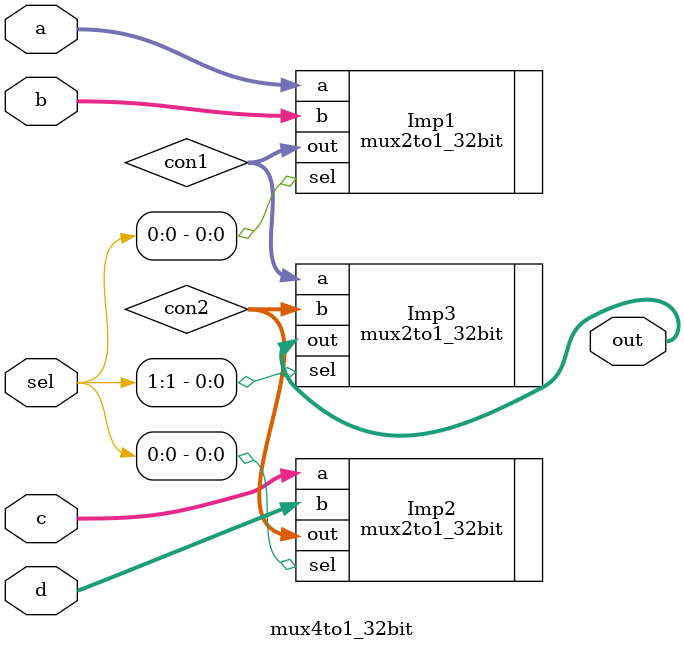
<source format=sv>
module mux4to1_32bit(
	input logic [31:0]a,
	input logic [31:0]b,
	input logic [31:0]c,
	input logic [31:0]d,
	input logic [1:0] sel,
	output logic [31:0]out
	);

	logic [31:0]con1;
	logic [31:0]con2;

	mux2to1_32bit Imp1(
		.a (a),
		.b (b),
		.sel(sel[0]),
		.out(con1)
	);

	mux2to1_32bit Imp2(
		.a (c),
		.b (d),
		.sel(sel[0]),
		.out(con2)
	);

	mux2to1_32bit Imp3(
		.a (con1),
		.b (con2),
		.sel(sel[1]),
		.out(out)
	);

endmodule

</source>
